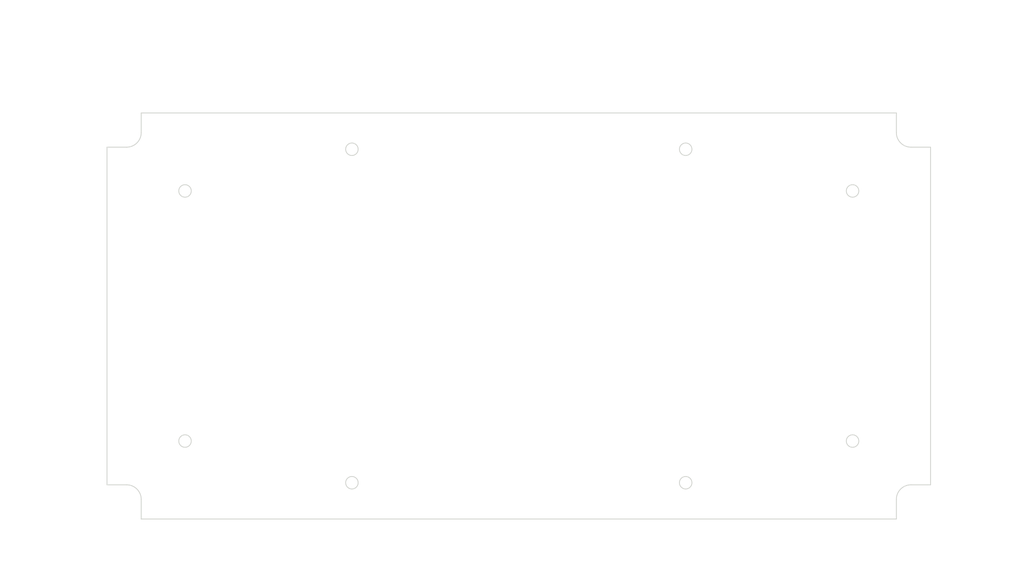
<source format=kicad_pcb>
(kicad_pcb (version 20171130) (host pcbnew "(5.1.0)-1")

  (general
    (thickness 1.6)
    (drawings 92)
    (tracks 0)
    (zones 0)
    (modules 0)
    (nets 1)
  )

  (page A3)
  (layers
    (0 F.Cu signal)
    (31 B.Cu signal)
    (32 B.Adhes user)
    (33 F.Adhes user)
    (34 B.Paste user)
    (35 F.Paste user)
    (36 B.SilkS user)
    (37 F.SilkS user)
    (38 B.Mask user)
    (39 F.Mask user)
    (40 Dwgs.User user)
    (41 Cmts.User user)
    (42 Eco1.User user)
    (43 Eco2.User user)
    (44 Edge.Cuts user)
    (45 Margin user)
    (46 B.CrtYd user)
    (47 F.CrtYd user)
    (48 B.Fab user)
    (49 F.Fab user)
  )

  (setup
    (last_trace_width 0.25)
    (trace_clearance 0.2)
    (zone_clearance 0.508)
    (zone_45_only no)
    (trace_min 0.2)
    (via_size 0.8)
    (via_drill 0.4)
    (via_min_size 0.4)
    (via_min_drill 0.3)
    (uvia_size 0.3)
    (uvia_drill 0.1)
    (uvias_allowed no)
    (uvia_min_size 0.2)
    (uvia_min_drill 0.1)
    (edge_width 0.05)
    (segment_width 0.2)
    (pcb_text_width 0.3)
    (pcb_text_size 1.5 1.5)
    (mod_edge_width 0.12)
    (mod_text_size 1 1)
    (mod_text_width 0.15)
    (pad_size 1.524 1.524)
    (pad_drill 0.762)
    (pad_to_mask_clearance 0.051)
    (solder_mask_min_width 0.25)
    (aux_axis_origin 0 0)
    (visible_elements FFFFFF7F)
    (pcbplotparams
      (layerselection 0x010fc_ffffffff)
      (usegerberextensions false)
      (usegerberattributes false)
      (usegerberadvancedattributes false)
      (creategerberjobfile false)
      (excludeedgelayer true)
      (linewidth 0.152400)
      (plotframeref false)
      (viasonmask false)
      (mode 1)
      (useauxorigin false)
      (hpglpennumber 1)
      (hpglpenspeed 20)
      (hpglpendiameter 15.000000)
      (psnegative false)
      (psa4output false)
      (plotreference true)
      (plotvalue true)
      (plotinvisibletext false)
      (padsonsilk false)
      (subtractmaskfromsilk false)
      (outputformat 1)
      (mirror false)
      (drillshape 1)
      (scaleselection 1)
      (outputdirectory ""))
  )

  (net 0 "")

  (net_class Default "This is the default net class."
    (clearance 0.2)
    (trace_width 0.25)
    (via_dia 0.8)
    (via_drill 0.4)
    (uvia_dia 0.3)
    (uvia_drill 0.1)
  )

  (gr_line (start 110.732011 200.151762) (end 110.732011 195.451762) (layer Edge.Cuts) (width 0.2))
  (gr_arc (start 107.232011 195.451762) (end 110.732011 195.451762) (angle -90) (layer Edge.Cuts) (width 0.2))
  (gr_line (start 107.232011 191.951762) (end 102.532011 191.951762) (layer Edge.Cuts) (width 0.2))
  (gr_line (start 102.532011 191.951762) (end 102.532011 110.951762) (layer Edge.Cuts) (width 0.2))
  (gr_line (start 110.732011 200.151762) (end 291.732011 200.151762) (layer Edge.Cuts) (width 0.2))
  (gr_circle (center 121.232011 181.451762) (end 122.732011 181.451762) (layer Edge.Cuts) (width 0.2))
  (gr_circle (center 161.232011 191.451762) (end 162.732011 191.451762) (layer Edge.Cuts) (width 0.2))
  (gr_line (start 110.732011 102.751762) (end 110.732011 107.451762) (layer Edge.Cuts) (width 0.2))
  (gr_arc (start 107.232011 107.451762) (end 107.232011 110.951762) (angle -90) (layer Edge.Cuts) (width 0.2))
  (gr_line (start 107.232011 110.951762) (end 102.532011 110.951762) (layer Edge.Cuts) (width 0.2))
  (gr_line (start 291.732011 102.751762) (end 110.732011 102.751762) (layer Edge.Cuts) (width 0.2))
  (gr_circle (center 121.232011 121.451762) (end 122.732011 121.451762) (layer Edge.Cuts) (width 0.2))
  (gr_circle (center 161.232011 111.451762) (end 162.732011 111.451762) (layer Edge.Cuts) (width 0.2))
  (gr_line (start 291.732011 200.151762) (end 291.732011 195.451762) (layer Edge.Cuts) (width 0.2))
  (gr_arc (start 295.232011 195.451762) (end 295.232011 191.951762) (angle -90) (layer Edge.Cuts) (width 0.2))
  (gr_line (start 295.232011 191.951762) (end 299.932011 191.951762) (layer Edge.Cuts) (width 0.2))
  (gr_line (start 299.932011 191.951762) (end 299.932011 110.951762) (layer Edge.Cuts) (width 0.2))
  (gr_circle (center 281.232011 181.451762) (end 282.732011 181.451762) (layer Edge.Cuts) (width 0.2))
  (gr_circle (center 241.232011 191.451762) (end 242.732011 191.451762) (layer Edge.Cuts) (width 0.2))
  (gr_line (start 291.732011 102.751762) (end 291.732011 107.451762) (layer Edge.Cuts) (width 0.2))
  (gr_arc (start 295.232011 107.451762) (end 291.732011 107.451762) (angle -90) (layer Edge.Cuts) (width 0.2))
  (gr_line (start 295.232011 110.951762) (end 299.932011 110.951762) (layer Edge.Cuts) (width 0.2))
  (gr_circle (center 281.232011 121.451762) (end 282.732011 121.451762) (layer Edge.Cuts) (width 0.2))
  (gr_circle (center 241.232011 111.451762) (end 242.732011 111.451762) (layer Edge.Cuts) (width 0.2))
  (gr_line (start 241.232011 191.541762) (end 241.232011 191.361762) (layer Dwgs.User) (width 0.2))
  (gr_line (start 241.142011 191.451762) (end 241.322011 191.451762) (layer Dwgs.User) (width 0.2))
  (gr_text " ∅3.00\n[∅0.12]" (at 252.897803 205.50298) (layer Dwgs.User)
    (effects (font (size 1.7 1.53) (thickness 0.2125)))
  )
  (gr_line (start 246.360934 205.50298) (end 242.432118 194.739579) (layer Dwgs.User) (width 0.2))
  (gr_line (start 248.360934 205.50298) (end 246.360934 205.50298) (layer Dwgs.User) (width 0.2))
  (gr_text [R0.14] (at 305.857826 208.045884) (layer Dwgs.User)
    (effects (font (size 1.7 1.53) (thickness 0.2125)))
  )
  (gr_text " R3.50" (at 305.857826 204.487869) (layer Dwgs.User)
    (effects (font (size 1.7 1.53) (thickness 0.2125)))
  )
  (gr_line (start 299.387055 206.156423) (end 294.689236 194.053407) (layer Dwgs.User) (width 0.2))
  (gr_line (start 301.387055 206.156423) (end 299.387055 206.156423) (layer Dwgs.User) (width 0.2))
  (gr_text [2.36] (at 306.040755 153.341223) (layer Dwgs.User)
    (effects (font (size 1.7 1.53) (thickness 0.2125)))
  )
  (gr_text " 60.00" (at 306.040755 149.783787) (layer Dwgs.User)
    (effects (font (size 1.7 1.53) (thickness 0.2125)))
  )
  (gr_line (start 306.040755 179.451762) (end 306.040755 155.009197) (layer Dwgs.User) (width 0.2))
  (gr_line (start 306.040755 123.451762) (end 306.040755 147.894326) (layer Dwgs.User) (width 0.2))
  (gr_line (start 282.232011 181.451762) (end 309.215755 181.451762) (layer Dwgs.User) (width 0.2))
  (gr_line (start 282.232011 121.451762) (end 309.215755 121.451762) (layer Dwgs.User) (width 0.2))
  (gr_text [3.15] (at 318.318752 153.341223) (layer Dwgs.User)
    (effects (font (size 1.7 1.53) (thickness 0.2125)))
  )
  (gr_text " 80.00" (at 318.318752 149.783787) (layer Dwgs.User)
    (effects (font (size 1.7 1.53) (thickness 0.2125)))
  )
  (gr_line (start 318.318752 189.451762) (end 318.318752 155.009197) (layer Dwgs.User) (width 0.2))
  (gr_line (start 318.318752 113.451762) (end 318.318752 147.894326) (layer Dwgs.User) (width 0.2))
  (gr_line (start 242.232011 191.451762) (end 321.493752 191.451762) (layer Dwgs.User) (width 0.2))
  (gr_line (start 242.232011 111.451762) (end 321.493752 111.451762) (layer Dwgs.User) (width 0.2))
  (gr_text [3.15] (at 201.232011 211.281414) (layer Dwgs.User)
    (effects (font (size 1.7 1.53) (thickness 0.2125)))
  )
  (gr_text " 80.00" (at 201.232011 207.723979) (layer Dwgs.User)
    (effects (font (size 1.7 1.53) (thickness 0.2125)))
  )
  (gr_line (start 239.232011 209.391953) (end 205.276623 209.391953) (layer Dwgs.User) (width 0.2))
  (gr_line (start 163.232011 209.391953) (end 197.1874 209.391953) (layer Dwgs.User) (width 0.2))
  (gr_line (start 241.232011 192.451762) (end 241.232011 212.566953) (layer Dwgs.User) (width 0.2))
  (gr_line (start 161.232011 192.451762) (end 161.232011 212.566953) (layer Dwgs.User) (width 0.2))
  (gr_text [1.57] (at 141.232011 211.281414) (layer Dwgs.User)
    (effects (font (size 1.7 1.53) (thickness 0.2125)))
  )
  (gr_text " 40.00" (at 141.232011 207.723979) (layer Dwgs.User)
    (effects (font (size 1.7 1.53) (thickness 0.2125)))
  )
  (gr_line (start 159.232011 209.391953) (end 145.276623 209.391953) (layer Dwgs.User) (width 0.2))
  (gr_line (start 123.232011 209.391953) (end 137.1874 209.391953) (layer Dwgs.User) (width 0.2))
  (gr_line (start 161.232011 192.451762) (end 161.232011 212.566953) (layer Dwgs.User) (width 0.2))
  (gr_line (start 121.232011 182.451762) (end 121.232011 212.566953) (layer Dwgs.User) (width 0.2))
  (gr_text [.74] (at 129.854743 192.687744) (layer Dwgs.User)
    (effects (font (size 1.7 1.53) (thickness 0.2125)))
  )
  (gr_text " 18.70" (at 129.854743 189.133787) (layer Dwgs.User)
    (effects (font (size 1.7 1.53) (thickness 0.2125)))
  )
  (gr_line (start 129.854743 183.451762) (end 129.854743 187.247805) (layer Dwgs.User) (width 0.2))
  (gr_line (start 129.854743 198.151762) (end 129.854743 194.355718) (layer Dwgs.User) (width 0.2))
  (gr_line (start 122.232011 181.451762) (end 133.029743 181.451762) (layer Dwgs.User) (width 0.2))
  (gr_text [.74] (at 111.882011 211.00317) (layer Dwgs.User)
    (effects (font (size 1.7 1.53) (thickness 0.2125)))
  )
  (gr_text " 18.70" (at 111.882011 207.449213) (layer Dwgs.User)
    (effects (font (size 1.7 1.53) (thickness 0.2125)))
  )
  (gr_line (start 119.232011 209.117188) (end 115.926623 209.117188) (layer Dwgs.User) (width 0.2))
  (gr_line (start 104.532011 209.117188) (end 107.8374 209.117188) (layer Dwgs.User) (width 0.2))
  (gr_line (start 121.232011 182.451762) (end 121.232011 212.292188) (layer Dwgs.User) (width 0.2))
  (gr_line (start 102.532011 192.951762) (end 102.532011 212.292188) (layer Dwgs.User) (width 0.2))
  (gr_text [3.19] (at 92.532011 153.341223) (layer Dwgs.User)
    (effects (font (size 1.7 1.53) (thickness 0.2125)))
  )
  (gr_text " 81.00" (at 92.532011 149.783787) (layer Dwgs.User)
    (effects (font (size 1.7 1.53) (thickness 0.2125)))
  )
  (gr_line (start 92.532011 112.951762) (end 92.532011 147.894326) (layer Dwgs.User) (width 0.2))
  (gr_line (start 92.532011 189.951762) (end 92.532011 155.009197) (layer Dwgs.User) (width 0.2))
  (gr_line (start 101.532011 110.951762) (end 89.357011 110.951762) (layer Dwgs.User) (width 0.2))
  (gr_line (start 101.532011 191.951762) (end 89.357011 191.951762) (layer Dwgs.User) (width 0.2))
  (gr_text [3.83] (at 80.911394 153.341223) (layer Dwgs.User)
    (effects (font (size 1.7 1.53) (thickness 0.2125)))
  )
  (gr_text " 97.40" (at 80.911394 149.783787) (layer Dwgs.User)
    (effects (font (size 1.7 1.53) (thickness 0.2125)))
  )
  (gr_line (start 80.911394 198.151762) (end 80.911394 155.009197) (layer Dwgs.User) (width 0.2))
  (gr_line (start 80.911394 104.751762) (end 80.911394 147.894326) (layer Dwgs.User) (width 0.2))
  (gr_line (start 109.732011 200.151762) (end 77.736394 200.151762) (layer Dwgs.User) (width 0.2))
  (gr_line (start 109.732011 102.751762) (end 77.736394 102.751762) (layer Dwgs.User) (width 0.2))
  (gr_text [7.13] (at 201.232011 92.269386) (layer Dwgs.User)
    (effects (font (size 1.7 1.53) (thickness 0.2125)))
  )
  (gr_text " 181.00" (at 201.232011 88.71195) (layer Dwgs.User)
    (effects (font (size 1.7 1.53) (thickness 0.2125)))
  )
  (gr_line (start 112.732011 90.379924) (end 196.526998 90.379924) (layer Dwgs.User) (width 0.2))
  (gr_line (start 289.732011 90.379924) (end 205.937025 90.379924) (layer Dwgs.User) (width 0.2))
  (gr_line (start 110.732011 101.751762) (end 110.732011 87.204924) (layer Dwgs.User) (width 0.2))
  (gr_line (start 291.732011 101.751762) (end 291.732011 87.204924) (layer Dwgs.User) (width 0.2))
  (gr_text [7.77] (at 201.232011 80.806799) (layer Dwgs.User)
    (effects (font (size 1.7 1.53) (thickness 0.2125)))
  )
  (gr_text " 197.40" (at 201.232011 77.252842) (layer Dwgs.User)
    (effects (font (size 1.7 1.53) (thickness 0.2125)))
  )
  (gr_line (start 297.932011 78.920817) (end 205.937025 78.920817) (layer Dwgs.User) (width 0.2))
  (gr_line (start 104.532011 78.920817) (end 196.526998 78.920817) (layer Dwgs.User) (width 0.2))
  (gr_line (start 299.932011 109.951762) (end 299.932011 75.745817) (layer Dwgs.User) (width 0.2))
  (gr_line (start 102.532011 109.951762) (end 102.532011 75.745817) (layer Dwgs.User) (width 0.2))

)

</source>
